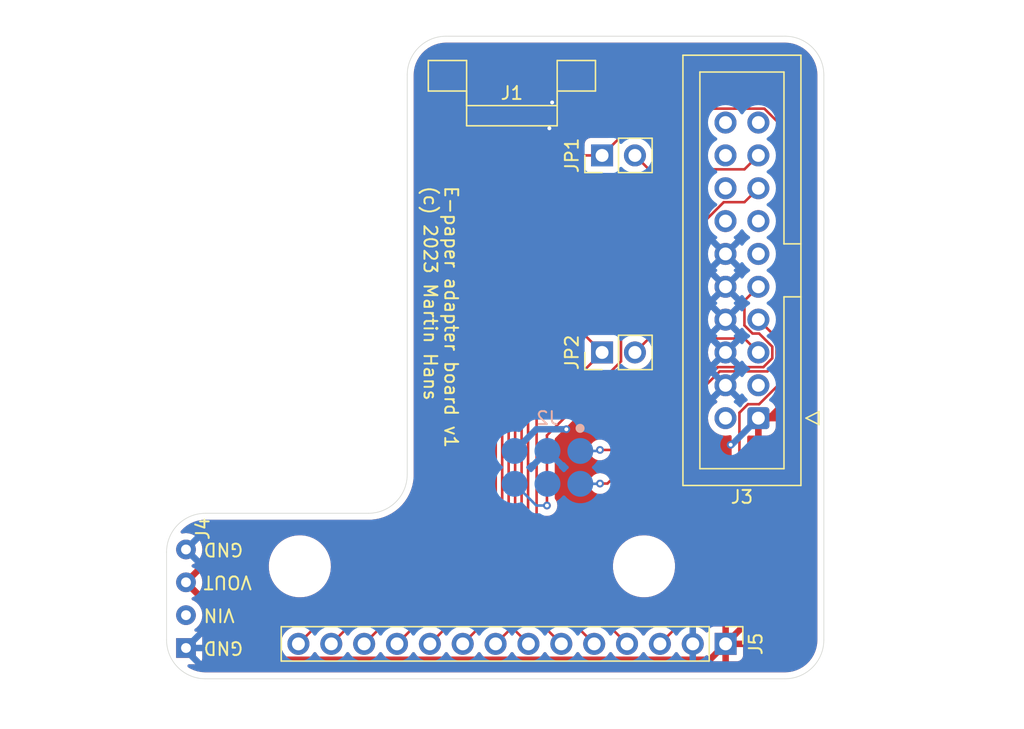
<source format=kicad_pcb>
(kicad_pcb (version 20221018) (generator pcbnew)
  (layers (0 "F.Cu" signal) (31 "B.Cu" signal) (34 "B.Paste" user) (35 "F.Paste" user) (36 "B.SilkS" user "B.Silkscreen") (37 "F.SilkS" user "F.Silkscreen") (38 "B.Mask" user) (39 "F.Mask" user) (44 "Edge.Cuts" user))
  (net 0 "")
  (net 1 "+3V0")
  (net 2 "GND")
  (net 3 "/SERIAL_RX")
  (net 4 "/SERIAL_TX")
  (net 5 "/PB5")
  (net 6 "/PB6")
  (net 7 "/PB7")
  (net 8 "/PB8")
  (net 9 "/~{CS}")
  (net 10 "/MOSI")
  (net 11 "/SCLK")
  (net 12 "/BUSY")
  (net 13 "/D{slash}~{C}")
  (net 14 "/~{RES}")
  (net 15 "/SWDCLK")
  (net 16 "/SWDIO")
  (net 18 "/NRST")
  (net 21 "/PG_UART_RXD")
  (net 26 "/PG_UART_TXD")
  (footprint "Connector_IDC:IDC-Header_2x10_P2.54mm_Vertical" (layer "F.Cu") (at 158.54 129.54 180)
    (fp_text reference "J3" (at 1.27 -6.1) (layer "F.SilkS"))
    (fp_text value "J-LINK")
    (fp_line (start -4.68 -0.5) (end -4.68 0.5) (stroke (width 0.12)) (layer "F.SilkS"))
    (fp_line (start -4.68 0.5) (end -3.68 0) (stroke (width 0.12)) (layer "F.SilkS"))
    (fp_line (start -3.68 0) (end -4.68 -0.5) (stroke (width 0.12)) (layer "F.SilkS"))
    (fp_line (start -3.29 -5.21) (end 5.83 -5.21) (stroke (width 0.12)) (layer "F.SilkS"))
    (fp_line (start -3.29 9.38) (end -1.98 9.38) (stroke (width 0.12)) (layer "F.SilkS"))
    (fp_line (start -3.29 28.07) (end -3.29 -5.21) (stroke (width 0.12)) (layer "F.SilkS"))
    (fp_line (start -1.98 -3.91) (end 4.52 -3.91) (stroke (width 0.12)) (layer "F.SilkS"))
    (fp_line (start -1.98 9.38) (end -1.98 -3.91) (stroke (width 0.12)) (layer "F.SilkS"))
    (fp_line (start -1.98 13.48) (end -3.29 13.48) (stroke (width 0.12)) (layer "F.SilkS"))
    (fp_line (start -1.98 13.48) (end -1.98 13.48) (stroke (width 0.12)) (layer "F.SilkS"))
    (fp_line (start -1.98 26.77) (end -1.98 13.48) (stroke (width 0.12)) (layer "F.SilkS"))
    (fp_line (start 4.52 -3.91) (end 4.52 26.77) (stroke (width 0.12)) (layer "F.SilkS"))
    (fp_line (start 4.52 26.77) (end -1.98 26.77) (stroke (width 0.12)) (layer "F.SilkS"))
    (fp_line (start 5.83 -5.21) (end 5.83 28.07) (stroke (width 0.12)) (layer "F.SilkS"))
    (fp_line (start 5.83 28.07) (end -3.29 28.07) (stroke (width 0.12)) (layer "F.SilkS"))
    (pad "1" thru_hole roundrect (at 0 0 180) (size 1.7 1.7) (drill 1) (layers "*.Cu" "*.Mask") (roundrect_rratio 0.1470588235) (net 1 "+3V0"))
    (pad "2" thru_hole circle (at 2.54 0 180) (size 1.7 1.7) (drill 1) (layers "*.Cu" "*.Mask"))
    (pad "3" thru_hole circle (at 0 2.54 180) (size 1.7 1.7) (drill 1) (layers "*.Cu" "*.Mask"))
    (pad "4" thru_hole circle (at 2.54 2.54 180) (size 1.7 1.7) (drill 1) (layers "*.Cu" "*.Mask") (net 2 "GND"))
    (pad "5" thru_hole circle (at 0 5.08 180) (size 1.7 1.7) (drill 1) (layers "*.Cu" "*.Mask") (net 21 "/PG_UART_RXD"))
    (pad "6" thru_hole circle (at 2.54 5.08 180) (size 1.7 1.7) (drill 1) (layers "*.Cu" "*.Mask") (net 2 "GND"))
    (pad "7" thru_hole circle (at 0 7.62 180) (size 1.7 1.7) (drill 1) (layers "*.Cu" "*.Mask") (net 16 "/SWDIO"))
    (pad "8" thru_hole circle (at 2.54 7.62 180) (size 1.7 1.7) (drill 1) (layers "*.Cu" "*.Mask") (net 2 "GND"))
    (pad "9" thru_hole circle (at 0 10.16 180) (size 1.7 1.7) (drill 1) (layers "*.Cu" "*.Mask") (net 15 "/SWDCLK"))
    (pad "10" thru_hole circle (at 2.54 10.16 180) (size 1.7 1.7) (drill 1) (layers "*.Cu" "*.Mask") (net 2 "GND"))
    (pad "11" thru_hole circle (at 0 12.7 180) (size 1.7 1.7) (drill 1) (layers "*.Cu" "*.Mask"))
    (pad "12" thru_hole circle (at 2.54 12.7 180) (size 1.7 1.7) (drill 1) (layers "*.Cu" "*.Mask") (net 2 "GND"))
    (pad "13" thru_hole circle (at 0 15.24 180) (size 1.7 1.7) (drill 1) (layers "*.Cu" "*.Mask"))
    (pad "14" thru_hole circle (at 2.54 15.24 180) (size 1.7 1.7) (drill 1) (layers "*.Cu" "*.Mask"))
    (pad "15" thru_hole circle (at 0 17.78 180) (size 1.7 1.7) (drill 1) (layers "*.Cu" "*.Mask") (net 18 "/NRST"))
    (pad "16" thru_hole circle (at 2.54 17.78 180) (size 1.7 1.7) (drill 1) (layers "*.Cu" "*.Mask"))
    (pad "17" thru_hole circle (at 0 20.32 180) (size 1.7 1.7) (drill 1) (layers "*.Cu" "*.Mask") (net 26 "/PG_UART_TXD"))
    (pad "18" thru_hole circle (at 2.54 20.32 180) (size 1.7 1.7) (drill 1) (layers "*.Cu" "*.Mask"))
    (pad "19" thru_hole circle (at 0 22.86 180) (size 1.7 1.7) (drill 1) (layers "*.Cu" "*.Mask"))
    (pad "20" thru_hole circle (at 2.54 22.86 180) (size 1.7 1.7) (drill 1) (layers "*.Cu" "*.Mask"))
  )
  (footprint "Connector_PinHeader_2.54mm:PinHeader_1x02_P2.54mm_Vertical" (layer "F.Cu") (at 146.46 109.22 90)
    (fp_text reference "JP1" (at 0 -2.33 90) (layer "F.SilkS"))
    (fp_text value "Jumper_2_Bridged")
    (fp_line (start -1.33 -1.33) (end 0 -1.33) (stroke (width 0.12)) (layer "F.SilkS"))
    (fp_line (start -1.33 0) (end -1.33 -1.33) (stroke (width 0.12)) (layer "F.SilkS"))
    (fp_line (start -1.33 1.27) (end -1.33 3.87) (stroke (width 0.12)) (layer "F.SilkS"))
    (fp_line (start -1.33 1.27) (end 1.33 1.27) (stroke (width 0.12)) (layer "F.SilkS"))
    (fp_line (start -1.33 3.87) (end 1.33 3.87) (stroke (width 0.12)) (layer "F.SilkS"))
    (fp_line (start 1.33 1.27) (end 1.33 3.87) (stroke (width 0.12)) (layer "F.SilkS"))
    (pad "1" thru_hole rect (at 0 0 90) (size 1.7 1.7) (drill 1) (layers "*.Cu" "*.Mask") (net 3 "/SERIAL_RX"))
    (pad "2" thru_hole oval (at 0 2.54 90) (size 1.7 1.7) (drill 1) (layers "*.Cu" "*.Mask") (net 26 "/PG_UART_TXD"))
  )
  (footprint "MountingHole:MountingHole_4.3mm_M4_DIN965" (layer "F.Cu") (at 123.1 141)
    (fp_text reference "H2" hide)
    (fp_text value "MountingHole")
    (pad "" np_thru_hole circle (at 0 0) (size 4.3 4.3) (drill 4.3) (layers "*.Cu" "*.Mask"))
  )
  (footprint "project:nRF-PPK2_power" (layer "F.Cu") (at 114.3 147.32 90)
    (fp_text reference "J4" (at 9.22 1.3 90 unlocked) (layer "F.SilkS"))
    (fp_text value "nRF-PPK2" hide)
    (fp_text user "VIN" (at 2.54 1.27 180 unlocked) (layer "F.SilkS") (effects (justify right)))
    (fp_text user "VOUT" (at 5.08 1.27 180 unlocked) (layer "F.SilkS") (effects (justify right)))
    (fp_text user "GND" (at 0 1.27 180 unlocked) (layer "F.SilkS") (effects (justify right)))
    (fp_text user "GND" (at 7.62 1.27 180 unlocked) (layer "F.SilkS") (effects (justify right)))
    (pad "1" thru_hole rect (at 0 0 90) (size 1.524 1.524) (drill 0.762) (layers "*.Cu" "*.Mask") (net 2 "GND"))
    (pad "2" thru_hole circle (at 2.54 0 90) (size 1.524 1.524) (drill 0.762) (layers "*.Cu" "*.Mask"))
    (pad "3" thru_hole circle (at 5.08 0 90) (size 1.524 1.524) (drill 0.762) (layers "*.Cu" "*.Mask") (net 1 "+3V0"))
    (pad "4" thru_hole circle (at 7.62 0 90) (size 1.524 1.524) (drill 0.762) (layers "*.Cu" "*.Mask") (net 2 "GND"))
  )
  (footprint "project:FPC_14" (layer "F.Cu") (at 139.49 106.15 180)
    (fp_text reference "J1" (at 0 1.75) (layer "F.SilkS"))
    (fp_text value "EXTRA")
    (fp_line (start -6.46 1.91) (end -3.5 1.91) (stroke (width 0.12)) (layer "F.SilkS"))
    (fp_line (start -6.46 4.27) (end -6.46 1.91) (stroke (width 0.12)) (layer "F.SilkS"))
    (fp_line (start -3.5 -0.78) (end 3.5 -0.78) (stroke (width 0.12)) (layer "F.SilkS"))
    (fp_line (start -3.5 0.78) (end -3.5 4.27) (stroke (width 0.12)) (layer "F.SilkS"))
    (fp_line (start -3.5 0.78) (end 3.5 0.78) (stroke (width 0.12)) (layer "F.SilkS"))
    (fp_line (start -3.5 1.91) (end -3.5 -0.78) (stroke (width 0.12)) (layer "F.SilkS"))
    (fp_line (start -3.5 4.27) (end -6.46 4.27) (stroke (width 0.12)) (layer "F.SilkS"))
    (fp_line (start 3.5 0.78) (end 3.5 4.27) (stroke (width 0.12)) (layer "F.SilkS"))
    (fp_line (start 3.5 1.91) (end 3.5 -0.78) (stroke (width 0.12)) (layer "F.SilkS"))
    (fp_line (start 3.5 4.27) (end 6.46 4.27) (stroke (width 0.12)) (layer "F.SilkS"))
    (fp_line (start 6.46 1.91) (end 3.5 1.91) (stroke (width 0.12)) (layer "F.SilkS"))
    (fp_line (start 6.46 4.27) (end 6.46 1.91) (stroke (width 0.12)) (layer "F.SilkS"))
    (pad "" smd rect (at -4.9 3.15 180) (size 1.8 2) (layers "F.Cu" "F.Paste" "F.Mask"))
    (pad "" smd rect (at 4.9 3.15 180) (size 1.8 2) (layers "F.Cu" "F.Paste" "F.Mask"))
    (pad "1" smd rect (at -3.25 0 180) (size 0.3 1.2) (layers "F.Cu" "F.Paste" "F.Mask") (net 1 "+3V0"))
    (pad "2" smd rect (at -2.75 0 180) (size 0.3 1.2) (layers "F.Cu" "F.Paste" "F.Mask") (net 2 "GND"))
    (pad "3" smd rect (at -2.25 0 180) (size 0.3 1.2) (layers "F.Cu" "F.Paste" "F.Mask") (net 3 "/SERIAL_RX"))
    (pad "4" smd rect (at -1.75 0 180) (size 0.3 1.2) (layers "F.Cu" "F.Paste" "F.Mask") (net 4 "/SERIAL_TX"))
    (pad "5" smd rect (at -1.25 0 180) (size 0.3 1.2) (layers "F.Cu" "F.Paste" "F.Mask") (net 5 "/PB5"))
    (pad "6" smd rect (at -0.75 0 180) (size 0.3 1.2) (layers "F.Cu" "F.Paste" "F.Mask") (net 6 "/PB6"))
    (pad "7" smd rect (at -0.25 0 180) (size 0.3 1.2) (layers "F.Cu" "F.Paste" "F.Mask") (net 7 "/PB7"))
    (pad "8" smd rect (at 0.25 0 180) (size 0.3 1.2) (layers "F.Cu" "F.Paste" "F.Mask") (net 8 "/PB8"))
    (pad "9" smd rect (at 0.75 0 180) (size 0.3 1.2) (layers "F.Cu" "F.Paste" "F.Mask") (net 9 "/~{CS}"))
    (pad "10" smd rect (at 1.25 0 180) (size 0.3 1.2) (layers "F.Cu" "F.Paste" "F.Mask") (net 10 "/MOSI"))
    (pad "11" smd rect (at 1.75 0 180) (size 0.3 1.2) (layers "F.Cu" "F.Paste" "F.Mask") (net 11 "/SCLK"))
    (pad "12" smd rect (at 2.25 0 180) (size 0.3 1.2) (layers "F.Cu" "F.Paste" "F.Mask") (net 12 "/BUSY"))
    (pad "13" smd rect (at 2.75 0 180) (size 0.3 1.2) (layers "F.Cu" "F.Paste" "F.Mask") (net 13 "/D{slash}~{C}"))
    (pad "14" smd rect (at 3.25 0 180) (size 0.3 1.2) (layers "F.Cu" "F.Paste" "F.Mask") (net 14 "/~{RES}"))
  )
  (footprint "Connector_PinHeader_2.54mm:PinHeader_1x14_P2.54mm_Vertical" (layer "F.Cu") (at 156.01 147 -90)
    (fp_text reference "J5" (at 0 -2.33 90) (layer "F.SilkS"))
    (fp_text value "DEBUG")
    (fp_line (start -1.33 -1.33) (end 0 -1.33) (stroke (width 0.12)) (layer "F.SilkS"))
    (fp_line (start -1.33 0) (end -1.33 -1.33) (stroke (width 0.12)) (layer "F.SilkS"))
    (fp_line (start -1.33 1.27) (end -1.33 34.35) (stroke (width 0.12)) (layer "F.SilkS"))
    (fp_line (start -1.33 1.27) (end 1.33 1.27) (stroke (width 0.12)) (layer "F.SilkS"))
    (fp_line (start -1.33 34.35) (end 1.33 34.35) (stroke (width 0.12)) (layer "F.SilkS"))
    (fp_line (start 1.33 1.27) (end 1.33 34.35) (stroke (width 0.12)) (layer "F.SilkS"))
    (pad "1" thru_hole rect (at 0 0 270) (size 1.7 1.7) (drill 1) (layers "*.Cu" "*.Mask") (net 1 "+3V0"))
    (pad "2" thru_hole oval (at 0 2.54 270) (size 1.7 1.7) (drill 1) (layers "*.Cu" "*.Mask") (net 2 "GND"))
    (pad "3" thru_hole oval (at 0 5.08 270) (size 1.7 1.7) (drill 1) (layers "*.Cu" "*.Mask") (net 3 "/SERIAL_RX"))
    (pad "4" thru_hole oval (at 0 7.62 270) (size 1.7 1.7) (drill 1) (layers "*.Cu" "*.Mask") (net 4 "/SERIAL_TX"))
    (pad "5" thru_hole oval (at 0 10.16 270) (size 1.7 1.7) (drill 1) (layers "*.Cu" "*.Mask") (net 5 "/PB5"))
    (pad "6" thru_hole oval (at 0 12.7 270) (size 1.7 1.7) (drill 1) (layers "*.Cu" "*.Mask") (net 6 "/PB6"))
    (pad "7" thru_hole oval (at 0 15.24 270) (size 1.7 1.7) (drill 1) (layers "*.Cu" "*.Mask") (net 7 "/PB7"))
    (pad "8" thru_hole oval (at 0 17.78 270) (size 1.7 1.7) (drill 1) (layers "*.Cu" "*.Mask") (net 8 "/PB8"))
    (pad "9" thru_hole oval (at 0 20.32 270) (size 1.7 1.7) (drill 1) (layers "*.Cu" "*.Mask") (net 9 "/~{CS}"))
    (pad "10" thru_hole oval (at 0 22.86 270) (size 1.7 1.7) (drill 1) (layers "*.Cu" "*.Mask") (net 10 "/MOSI"))
    (pad "11" thru_hole oval (at 0 25.4 270) (size 1.7 1.7) (drill 1) (layers "*.Cu" "*.Mask") (net 11 "/SCLK"))
    (pad "12" thru_hole oval (at 0 27.94 270) (size 1.7 1.7) (drill 1) (layers "*.Cu" "*.Mask") (net 12 "/BUSY"))
    (pad "13" thru_hole oval (at 0 30.48 270) (size 1.7 1.7) (drill 1) (layers "*.Cu" "*.Mask") (net 13 "/D{slash}~{C}"))
    (pad "14" thru_hole oval (at 0 33.02 270) (size 1.7 1.7) (drill 1) (layers "*.Cu" "*.Mask") (net 14 "/~{RES}"))
  )
  (footprint "MountingHole:MountingHole_4.3mm_M4_DIN965" (layer "F.Cu") (at 149.7 141)
    (fp_text reference "H1" hide)
    (fp_text value "MountingHole")
    (pad "" np_thru_hole circle (at 0 0) (size 4.3 4.3) (drill 4.3) (layers "*.Cu" "*.Mask"))
  )
  (footprint "Connector_PinHeader_2.54mm:PinHeader_1x02_P2.54mm_Vertical" (layer "F.Cu") (at 146.46 124.46 90)
    (fp_text reference "JP2" (at 0 -2.33 90) (layer "F.SilkS"))
    (fp_text value "Jumper_2_Bridged")
    (fp_line (start -1.33 -1.33) (end 0 -1.33) (stroke (width 0.12)) (layer "F.SilkS"))
    (fp_line (start -1.33 0) (end -1.33 -1.33) (stroke (width 0.12)) (layer "F.SilkS"))
    (fp_line (start -1.33 1.27) (end -1.33 3.87) (stroke (width 0.12)) (layer "F.SilkS"))
    (fp_line (start -1.33 1.27) (end 1.33 1.27) (stroke (width 0.12)) (layer "F.SilkS"))
    (fp_line (start -1.33 3.87) (end 1.33 3.87) (stroke (width 0.12)) (layer "F.SilkS"))
    (fp_line (start 1.33 1.27) (end 1.33 3.87) (stroke (width 0.12)) (layer "F.SilkS"))
    (pad "1" thru_hole rect (at 0 0 90) (size 1.7 1.7) (drill 1) (layers "*.Cu" "*.Mask") (net 4 "/SERIAL_TX"))
    (pad "2" thru_hole oval (at 0 2.54 90) (size 1.7 1.7) (drill 1) (layers "*.Cu" "*.Mask") (net 21 "/PG_UART_RXD"))
  )
  (footprint "project:E-paper programming connector" (layer "B.Cu") (at 142.24 133.35 180)
    (fp_text reference "J2" (at 0 3.81 unlocked) (layer "B.SilkS") (effects (justify mirror)))
    (fp_text value "SWD")
    (fp_circle (center -2.52 3.02) (end -2.219833 3.02) (stroke (width 0.1)) (fill solid) (layer "B.SilkS"))
    (pad "1" smd circle (at 2.54 1.27 180) (size 2 2) (layers "B.Cu" "B.Paste" "B.Mask") (net 1 "+3V0"))
    (pad "2" smd circle (at 0 1.27 180) (size 2 2) (layers "B.Cu" "B.Paste" "B.Mask") (net 2 "GND"))
    (pad "3" smd circle (at -2.54 1.27 180) (size 2 2) (layers "B.Cu" "B.Paste" "B.Mask") (net 15 "/SWDCLK"))
    (pad "4" smd circle (at -2.54 -1.27 180) (size 2 2) (layers "B.Cu" "B.Paste" "B.Mask") (net 16 "/SWDIO"))
    (pad "5" smd circle (at 0 -1.27 180) (size 2 2) (layers "B.Cu" "B.Paste" "B.Mask"))
    (pad "6" smd circle (at 2.54 -1.27 180) (size 2 2) (layers "B.Cu" "B.Paste" "B.Mask") (net 18 "/NRST"))
  )
  (gr_line (start 134.4 100) (end 160.6 100) (stroke (width 0.05)) (layer "Edge.Cuts"))
  (gr_arc (start 131.4 133.9) (mid 130.52132 136.02132) (end 128.4 136.9) (stroke (width 0.05)) (layer "Edge.Cuts"))
  (gr_arc (start 115.8 149.7) (mid 113.67868 148.82132) (end 112.8 146.7) (stroke (width 0.05)) (layer "Edge.Cuts"))
  (gr_line (start 112.8 146.7) (end 112.8 139.9) (stroke (width 0.05)) (layer "Edge.Cuts"))
  (gr_line (start 163.6 103) (end 163.6 146.7) (stroke (width 0.05)) (layer "Edge.Cuts"))
  (gr_line (start 131.4 133.9) (end 131.4 103) (stroke (width 0.05)) (layer "Edge.Cuts"))
  (gr_line (start 115.8 136.9) (end 128.4 136.9) (stroke (width 0.05)) (layer "Edge.Cuts"))
  (gr_arc (start 131.4 103) (mid 132.27868 100.87868) (end 134.4 100) (stroke (width 0.05)) (layer "Edge.Cuts"))
  (gr_arc (start 112.8 139.9) (mid 113.67868 137.77868) (end 115.8 136.9) (stroke (width 0.05)) (layer "Edge.Cuts"))
  (gr_line (start 160.6 149.7) (end 115.8 149.7) (stroke (width 0.05)) (layer "Edge.Cuts"))
  (gr_arc (start 160.6 100) (mid 162.72132 100.87868) (end 163.6 103) (stroke (width 0.05)) (layer "Edge.Cuts"))
  (gr_arc (start 163.6 146.7) (mid 162.72132 148.82132) (end 160.6 149.7) (stroke (width 0.05)) (layer "Edge.Cuts"))
  (gr_text "E-paper adapter board v1\n(c) 2023 Martin Hans" (at 132.6 111.5 270) (layer "F.SilkS") (effects (font (size 1 1)) (justify left bottom)))
  (segment (start 142.74 106.15) (end 143.25 106.15) (width 0.3) (layer "F.Cu") (net 1))
  (segment (start 143.7 133.7) (end 146.4 136.4) (width 0.5) (layer "F.Cu") (net 1))
  (segment (start 120.287 148.227) (end 154.783 148.227) (width 0.5) (layer "F.Cu") (net 1))
  (segment (start 160.748 105.97342) (end 160.748 128.182) (width 0.5) (layer "F.Cu") (net 1))
  (segment (start 144.377 105.023) (end 159.79758 105.023) (width 0.5) (layer "F.Cu") (net 1))
  (segment (start 146.4 136.4) (end 151.6 136.4) (width 0.5) (layer "F.Cu") (net 1))
  (segment (start 158.54 144.47) (end 156.01 147) (width 0.5) (layer "F.Cu") (net 1))
  (segment (start 151.6 136.4) (end 156.4 131.6) (width 0.5) (layer "F.Cu") (net 1))
  (segment (start 143.25 106.15) (end 143.3 106.1) (width 0.3) (layer "F.Cu") (net 1))
  (segment (start 160.748 128.182) (end 159.39 129.54) (width 0.5) (layer "F.Cu") (net 1))
  (segment (start 159.39 129.54) (end 158.54 129.54) (width 0.5) (layer "F.Cu") (net 1))
  (segment (start 114.3 142.24) (end 120.287 148.227) (width 0.5) (layer "F.Cu") (net 1))
  (segment (start 143.7 130.4) (end 143.7 133.7) (width 0.5) (layer "F.Cu") (net 1))
  (segment (start 159.79758 105.023) (end 160.748 105.97342) (width 0.5) (layer "F.Cu") (net 1))
  (segment (start 143.3 106.1) (end 144.377 105.023) (width 0.5) (layer "F.Cu") (net 1))
  (segment (start 158.54 129.54) (end 158.54 144.47) (width 0.5) (layer "F.Cu") (net 1))
  (segment (start 154.783 148.227) (end 156.01 147) (width 0.5) (layer "F.Cu") (net 1))
  (via (at 156.4 131.6) (size 0.6) (drill 0.3) (layers "F.Cu" "B.Cu") (net 1))
  (via (at 143.7 130.4) (size 0.6) (drill 0.3) (layers "F.Cu" "B.Cu") (net 1))
  (segment (start 141.38 130.4) (end 143.7 130.4) (width 0.5) (layer "B.Cu") (net 1))
  (segment (start 156.48 131.6) (end 158.54 129.54) (width 0.5) (layer "B.Cu") (net 1))
  (segment (start 139.7 132.08) (end 141.38 130.4) (width 0.5) (layer "B.Cu") (net 1))
  (segment (start 156.4 131.6) (end 156.48 131.6) (width 0.5) (layer "B.Cu") (net 1))
  (segment (start 142.24 105.483498) (end 142.6 105.123498) (width 0.3) (layer "F.Cu") (net 2))
  (segment (start 142.24 106.15) (end 142.24 105.483498) (width 0.3) (layer "F.Cu") (net 2))
  (segment (start 142.24 106.978312) (end 142.38652 107.124832) (width 0.3) (layer "F.Cu") (net 2))
  (segment (start 142.24 106.15) (end 142.24 106.978312) (width 0.3) (layer "F.Cu") (net 2))
  (via (at 142.38652 107.124832) (size 0.6) (drill 0.3) (layers "F.Cu" "B.Cu") (net 2))
  (via (at 142.6 105.123498) (size 0.6) (drill 0.3) (layers "F.Cu" "B.Cu") (net 2))
  (segment (start 114.3 147.5) (end 115.6 148.8) (width 0.5) (layer "B.Cu") (net 2))
  (segment (start 114.3 147.32) (end 114.3 147.5) (width 0.5) (layer "B.Cu") (net 2))
  (segment (start 115.5 146.1) (end 115.5 146.12) (width 0.5) (layer "B.Cu") (net 2))
  (segment (start 114.3 147.32) (end 115.5 146.12) (width 0.5) (layer "B.Cu") (net 2))
  (segment (start 157.077 140.853) (end 150.93 147) (width 0.2) (layer "F.Cu") (net 3))
  (segment (start 146.46 109.22) (end 150.077 105.603) (width 0.2) (layer "F.Cu") (net 3))
  (segment (start 159.003 105.603) (end 160.271 106.871) (width 0.2) (layer "F.Cu") (net 3))
  (segment (start 150.077 105.603) (end 159.003 105.603) (width 0.2) (layer "F.Cu") (net 3))
  (segment (start 158.600109 128.463) (end 157.735494 128.463) (width 0.2) (layer "F.Cu") (net 3))
  (segment (start 157.077 129.121494) (end 157.077 140.853) (width 0.2) (layer "F.Cu") (net 3))
  (segment (start 143.736397 109.22) (end 146.46 109.22) (width 0.2) (layer "F.Cu") (net 3))
  (segment (start 141.74 107.223603) (end 143.736397 109.22) (width 0.2) (layer "F.Cu") (net 3))
  (segment (start 160.271 106.871) (end 160.271 126.792109) (width 0.2) (layer "F.Cu") (net 3))
  (segment (start 160.271 126.792109) (end 158.600109 128.463) (width 0.2) (layer "F.Cu") (net 3))
  (segment (start 157.735494 128.463) (end 157.077 129.121494) (width 0.2) (layer "F.Cu") (net 3))
  (segment (start 141.74 106.15) (end 141.74 107.223603) (width 0.2) (layer "F.Cu") (net 3))
  (segment (start 146.46 124.46) (end 141.4 129.52) (width 0.2) (layer "F.Cu") (net 4))
  (segment (start 141.24 106.15) (end 141.24 119.24) (width 0.2) (layer "F.Cu") (net 4))
  (segment (start 141.4 129.52) (end 141.4 140.01) (width 0.2) (layer "F.Cu") (net 4))
  (segment (start 141.4 140.01) (end 148.39 147) (width 0.2) (layer "F.Cu") (net 4))
  (segment (start 141.24 119.24) (end 146.46 124.46) (width 0.2) (layer "F.Cu") (net 4))
  (segment (start 140.74 106.15) (end 140.74 141.89) (width 0.2) (layer "F.Cu") (net 5))
  (segment (start 140.74 141.89) (end 145.85 147) (width 0.2) (layer "F.Cu") (net 5))
  (segment (start 140.24 106.15) (end 140.24 143.93) (width 0.2) (layer "F.Cu") (net 6))
  (segment (start 140.24 143.93) (end 143.31 147) (width 0.2) (layer "F.Cu") (net 6))
  (segment (start 139.74 106.15) (end 139.74 145.97) (width 0.2) (layer "F.Cu") (net 7))
  (segment (start 139.74 145.97) (end 140.77 147) (width 0.2) (layer "F.Cu") (net 7))
  (segment (start 139.24 145.99) (end 138.23 147) (width 0.2) (layer "F.Cu") (net 8))
  (segment (start 139.24 106.15) (end 139.24 145.99) (width 0.2) (layer "F.Cu") (net 8))
  (segment (start 138.74 106.15) (end 138.74 143.95) (width 0.2) (layer "F.Cu") (net 9))
  (segment (start 138.74 143.95) (end 135.69 147) (width 0.2) (layer "F.Cu") (net 9))
  (segment (start 138.24 106.15) (end 138.24 141.91) (width 0.2) (layer "F.Cu") (net 10))
  (segment (start 138.24 141.91) (end 133.15 147) (width 0.2) (layer "F.Cu") (net 10))
  (segment (start 137.74 139.87) (end 130.61 147) (width 0.2) (layer "F.Cu") (net 11))
  (segment (start 137.74 106.15) (end 137.74 139.87) (width 0.2) (layer "F.Cu") (net 11))
  (segment (start 137.24 137.83) (end 128.07 147) (width 0.2) (layer "F.Cu") (net 12))
  (segment (start 137.24 106.15) (end 137.24 137.83) (width 0.2) (layer "F.Cu") (net 12))
  (segment (start 136.74 106.15) (end 136.74 135.79) (width 0.2) (layer "F.Cu") (net 13))
  (segment (start 136.74 135.79) (end 125.53 147) (width 0.2) (layer "F.Cu") (net 13))
  (segment (start 136.24 106.15) (end 136.24 133.75) (width 0.2) (layer "F.Cu") (net 14))
  (segment (start 136.24 133.75) (end 122.99 147) (width 0.2) (layer "F.Cu") (net 14))
  (segment (start 159.617 124.014) (end 158.6 122.997) (width 0.2) (layer "F.Cu") (net 15))
  (segment (start 159.617 124.906109) (end 159.617 124.014) (width 0.2) (layer "F.Cu") (net 15))
  (segment (start 157.463 122.366109) (end 157.463 120.457) (width 0.2) (layer "F.Cu") (net 15))
  (segment (start 157.463 120.457) (end 158.54 119.38) (width 0.2) (layer "F.Cu") (net 15))
  (segment (start 146.3 132) (end 149 132) (width 0.2) (layer "F.Cu") (net 15))
  (segment (start 158.927109 125.596) (end 159.617 124.906109) (width 0.2) (layer "F.Cu") (net 15))
  (segment (start 149 132) (end 155.404 125.596) (width 0.2) (layer "F.Cu") (net 15))
  (segment (start 155.404 125.596) (end 158.927109 125.596) (width 0.2) (layer "F.Cu") (net 15))
  (segment (start 158.6 122.997) (end 158.093891 122.997) (width 0.2) (layer "F.Cu") (net 15))
  (segment (start 158.093891 122.997) (end 157.463 122.366109) (width 0.2) (layer "F.Cu") (net 15))
  (via (at 146.3 132) (size 0.6) (drill 0.3) (layers "F.Cu" "B.Cu") (net 15))
  (segment (start 144.78 132.08) (end 146.22 132.08) (width 0.2) (layer "B.Cu") (net 15))
  (segment (start 146.22 132.08) (end 146.3 132) (width 0.2) (layer "B.Cu") (net 15))
  (segment (start 159.927 125.058557) (end 159.944 125.041557) (width 0.2) (layer "F.Cu") (net 16))
  (segment (start 146.876891 134.6) (end 155.553891 125.923) (width 0.2) (layer "F.Cu") (net 16))
  (segment (start 159.239448 125.923) (end 159.927 125.235448) (width 0.2) (layer "F.Cu") (net 16))
  (segment (start 155.553891 125.923) (end 159.239448 125.923) (width 0.2) (layer "F.Cu") (net 16))
  (segment (start 146.3 134.6) (end 146.876891 134.6) (width 0.2) (layer "F.Cu") (net 16))
  (segment (start 159.944 123.324) (end 158.54 121.92) (width 0.2) (layer "F.Cu") (net 16))
  (segment (start 159.944 125.041557) (end 159.944 123.324) (width 0.2) (layer "F.Cu") (net 16))
  (segment (start 159.927 125.235448) (end 159.927 125.058557) (width 0.2) (layer "F.Cu") (net 16))
  (via (at 146.3 134.6) (size 0.6) (drill 0.3) (layers "F.Cu" "B.Cu") (net 16))
  (segment (start 144.78 134.62) (end 146.28 134.62) (width 0.2) (layer "B.Cu") (net 16))
  (segment (start 146.28 134.62) (end 146.3 134.6) (width 0.2) (layer "B.Cu") (net 16))
  (segment (start 147.923 120.777) (end 155.863 112.837) (width 0.2) (layer "F.Cu") (net 18))
  (segment (start 142.2 130.874) (end 147.923 125.151) (width 0.2) (layer "F.Cu") (net 18))
  (segment (start 147.923 125.151) (end 147.923 120.777) (width 0.2) (layer "F.Cu") (net 18))
  (segment (start 142.2 136.3) (end 142.2 130.874) (width 0.2) (layer "F.Cu") (net 18))
  (segment (start 157.463 112.837) (end 158.54 111.76) (width 0.2) (layer "F.Cu") (net 18))
  (segment (start 155.863 112.837) (end 157.463 112.837) (width 0.2) (layer "F.Cu") (net 18))
  (via (at 142.2 136.3) (size 0.6) (drill 0.3) (layers "F.Cu" "B.Cu") (net 18))
  (segment (start 141.38 136.3) (end 142.2 136.3) (width 0.2) (layer "B.Cu") (net 18))
  (segment (start 139.7 134.62) (end 141.38 136.3) (width 0.2) (layer "B.Cu") (net 18))
  (segment (start 150.077 123.383) (end 157.463 123.383) (width 0.2) (layer "F.Cu") (net 21))
  (segment (start 157.463 123.383) (end 158.54 124.46) (width 0.2) (layer "F.Cu") (net 21))
  (segment (start 149 124.46) (end 150.077 123.383) (width 0.2) (layer "F.Cu") (net 21))
  (segment (start 149 109.22) (end 150.077 110.297) (width 0.2) (layer "F.Cu") (net 26))
  (segment (start 157.463 110.297) (end 158.54 109.22) (width 0.2) (layer "F.Cu") (net 26))
  (segment (start 150.077 110.297) (end 157.463 110.297) (width 0.2) (layer "F.Cu") (net 26))
  (zone (net 1) (net_name "+3V0") (layer "F.Cu") (priority 1) (connect_pads (clearance 0.5)) (min_thickness 0.25) (fill yes (thermal_gap 0.5) (thermal_bridge_width 0.5))
    (polygon (pts (xy 109.9 97.9) (xy 167.9 97.2) (xy 168 152.2) (xy 109.5 153.6)))
  )
  (zone (net 2) (net_name "GND") (layer "B.Cu") (connect_pads (clearance 0.5)) (min_thickness 0.25) (fill yes (thermal_gap 0.5) (thermal_bridge_width 0.5))
    (polygon (pts (xy 111.3 98.3) (xy 166.5 98.3) (xy 166.5 151.1) (xy 111.3 151.5)))
  )
)
</source>
